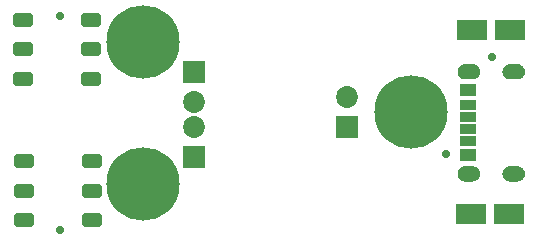
<source format=gbr>
G04*
G04 #@! TF.GenerationSoftware,Altium Limited,Altium Designer,23.0.1 (38)*
G04*
G04 Layer_Color=8388736*
%FSLAX43Y43*%
%MOMM*%
G71*
G04*
G04 #@! TF.SameCoordinates,0C8224BD-781C-42A6-9A02-31E2BED0DC02*
G04*
G04*
G04 #@! TF.FilePolarity,Negative*
G04*
G01*
G75*
%ADD18R,2.553X1.753*%
G04:AMPARAMS|DCode=19|XSize=1.203mm|YSize=1.728mm|CornerRadius=0.352mm|HoleSize=0mm|Usage=FLASHONLY|Rotation=90.000|XOffset=0mm|YOffset=0mm|HoleType=Round|Shape=RoundedRectangle|*
%AMROUNDEDRECTD19*
21,1,1.203,1.025,0,0,90.0*
21,1,0.500,1.728,0,0,90.0*
1,1,0.703,0.513,0.250*
1,1,0.703,0.513,-0.250*
1,1,0.703,-0.513,-0.250*
1,1,0.703,-0.513,0.250*
%
%ADD19ROUNDEDRECTD19*%
%ADD20R,1.403X1.003*%
%ADD21R,1.403X0.963*%
%ADD22R,1.403X0.903*%
%ADD23C,6.203*%
%ADD24R,1.854X1.854*%
%ADD25C,1.854*%
%ADD26C,0.711*%
G36*
X120638Y96425D02*
X120641Y96459D01*
X120645Y96493D01*
X120651Y96526D01*
X120659Y96559D01*
X120669Y96592D01*
X120680Y96624D01*
X120693Y96655D01*
X120708Y96686D01*
X120724Y96716D01*
X120742Y96745D01*
X120761Y96773D01*
X120782Y96800D01*
X120804Y96826D01*
X120827Y96851D01*
X120852Y96874D01*
X120878Y96896D01*
X120905Y96917D01*
X120933Y96936D01*
X120962Y96954D01*
X120992Y96970D01*
X121023Y96985D01*
X121054Y96998D01*
X121086Y97009D01*
X121119Y97019D01*
X121152Y97027D01*
X121185Y97033D01*
X121219Y97037D01*
X121253Y97040D01*
X121287Y97041D01*
X121887D01*
X121921Y97040D01*
X121955Y97037D01*
X121989Y97033D01*
X122022Y97027D01*
X122055Y97019D01*
X122088Y97009D01*
X122120Y96998D01*
X122151Y96985D01*
X122182Y96970D01*
X122212Y96954D01*
X122241Y96936D01*
X122269Y96917D01*
X122296Y96896D01*
X122322Y96874D01*
X122347Y96851D01*
X122370Y96826D01*
X122392Y96800D01*
X122413Y96773D01*
X122432Y96745D01*
X122450Y96716D01*
X122466Y96686D01*
X122481Y96655D01*
X122494Y96624D01*
X122505Y96592D01*
X122515Y96559D01*
X122523Y96526D01*
X122529Y96493D01*
X122533Y96459D01*
X122536Y96425D01*
X122537Y96391D01*
X122536Y96357D01*
X122533Y96323D01*
X122529Y96289D01*
X122523Y96256D01*
X122515Y96223D01*
X122505Y96190D01*
X122494Y96158D01*
X122481Y96127D01*
X122466Y96096D01*
X122450Y96066D01*
X122432Y96037D01*
X122413Y96009D01*
X122392Y95982D01*
X122370Y95956D01*
X122347Y95931D01*
X122322Y95908D01*
X122296Y95886D01*
X122269Y95865D01*
X122241Y95846D01*
X122212Y95828D01*
X122182Y95812D01*
X122151Y95797D01*
X122120Y95784D01*
X122088Y95773D01*
X122055Y95763D01*
X122022Y95755D01*
X121989Y95749D01*
X121955Y95745D01*
X121921Y95742D01*
X121887Y95741D01*
X121287D01*
X121253Y95742D01*
X121219Y95745D01*
X121185Y95749D01*
X121152Y95755D01*
X121119Y95763D01*
X121086Y95773D01*
X121054Y95784D01*
X121023Y95797D01*
X120992Y95812D01*
X120962Y95828D01*
X120933Y95846D01*
X120905Y95865D01*
X120878Y95886D01*
X120852Y95908D01*
X120827Y95931D01*
X120804Y95956D01*
X120782Y95982D01*
X120761Y96009D01*
X120742Y96037D01*
X120724Y96066D01*
X120708Y96096D01*
X120693Y96127D01*
X120680Y96158D01*
X120669Y96190D01*
X120659Y96223D01*
X120651Y96256D01*
X120645Y96289D01*
X120641Y96323D01*
X120638Y96357D01*
X120637Y96391D01*
X120638Y96425D01*
D02*
G37*
G36*
X124438D02*
X124441Y96459D01*
X124445Y96493D01*
X124451Y96526D01*
X124459Y96559D01*
X124469Y96592D01*
X124480Y96624D01*
X124493Y96655D01*
X124508Y96686D01*
X124524Y96716D01*
X124542Y96745D01*
X124561Y96773D01*
X124582Y96800D01*
X124604Y96826D01*
X124627Y96851D01*
X124652Y96874D01*
X124678Y96896D01*
X124705Y96917D01*
X124733Y96936D01*
X124762Y96954D01*
X124792Y96970D01*
X124823Y96985D01*
X124854Y96998D01*
X124886Y97009D01*
X124919Y97019D01*
X124952Y97027D01*
X124985Y97033D01*
X125019Y97037D01*
X125053Y97040D01*
X125087Y97041D01*
X125687D01*
X125721Y97040D01*
X125755Y97037D01*
X125789Y97033D01*
X125822Y97027D01*
X125855Y97019D01*
X125888Y97009D01*
X125920Y96998D01*
X125951Y96985D01*
X125982Y96970D01*
X126012Y96954D01*
X126041Y96936D01*
X126069Y96917D01*
X126096Y96896D01*
X126122Y96874D01*
X126147Y96851D01*
X126170Y96826D01*
X126192Y96800D01*
X126213Y96773D01*
X126232Y96745D01*
X126250Y96716D01*
X126266Y96686D01*
X126281Y96655D01*
X126294Y96624D01*
X126305Y96592D01*
X126315Y96559D01*
X126323Y96526D01*
X126329Y96493D01*
X126333Y96459D01*
X126336Y96425D01*
X126337Y96391D01*
X126336Y96357D01*
X126333Y96323D01*
X126329Y96289D01*
X126323Y96256D01*
X126315Y96223D01*
X126305Y96190D01*
X126294Y96158D01*
X126281Y96127D01*
X126266Y96096D01*
X126250Y96066D01*
X126232Y96037D01*
X126213Y96009D01*
X126192Y95982D01*
X126170Y95956D01*
X126147Y95931D01*
X126122Y95908D01*
X126096Y95886D01*
X126069Y95865D01*
X126041Y95846D01*
X126012Y95828D01*
X125982Y95812D01*
X125951Y95797D01*
X125920Y95784D01*
X125888Y95773D01*
X125855Y95763D01*
X125822Y95755D01*
X125789Y95749D01*
X125755Y95745D01*
X125721Y95742D01*
X125687Y95741D01*
X125087D01*
X125053Y95742D01*
X125019Y95745D01*
X124985Y95749D01*
X124952Y95755D01*
X124919Y95763D01*
X124886Y95773D01*
X124854Y95784D01*
X124823Y95797D01*
X124792Y95812D01*
X124762Y95828D01*
X124733Y95846D01*
X124705Y95865D01*
X124678Y95886D01*
X124652Y95908D01*
X124627Y95931D01*
X124604Y95956D01*
X124582Y95982D01*
X124561Y96009D01*
X124542Y96037D01*
X124524Y96066D01*
X124508Y96096D01*
X124493Y96127D01*
X124480Y96158D01*
X124469Y96190D01*
X124459Y96223D01*
X124451Y96256D01*
X124445Y96289D01*
X124441Y96323D01*
X124438Y96357D01*
X124437Y96391D01*
X124438Y96425D01*
D02*
G37*
G36*
X120638Y105065D02*
X120641Y105099D01*
X120645Y105133D01*
X120651Y105166D01*
X120659Y105199D01*
X120669Y105232D01*
X120680Y105264D01*
X120693Y105295D01*
X120708Y105326D01*
X120724Y105356D01*
X120742Y105385D01*
X120761Y105413D01*
X120782Y105440D01*
X120804Y105466D01*
X120827Y105491D01*
X120852Y105514D01*
X120878Y105536D01*
X120905Y105557D01*
X120933Y105576D01*
X120962Y105594D01*
X120992Y105610D01*
X121023Y105625D01*
X121054Y105638D01*
X121086Y105649D01*
X121119Y105659D01*
X121152Y105667D01*
X121185Y105673D01*
X121219Y105677D01*
X121253Y105680D01*
X121287Y105681D01*
X121887D01*
X121921Y105680D01*
X121955Y105677D01*
X121989Y105673D01*
X122022Y105667D01*
X122055Y105659D01*
X122088Y105649D01*
X122120Y105638D01*
X122151Y105625D01*
X122182Y105610D01*
X122212Y105594D01*
X122241Y105576D01*
X122269Y105557D01*
X122296Y105536D01*
X122322Y105514D01*
X122347Y105491D01*
X122370Y105466D01*
X122392Y105440D01*
X122413Y105413D01*
X122432Y105385D01*
X122450Y105356D01*
X122466Y105326D01*
X122481Y105295D01*
X122494Y105264D01*
X122505Y105232D01*
X122515Y105199D01*
X122523Y105166D01*
X122529Y105133D01*
X122533Y105099D01*
X122536Y105065D01*
X122537Y105031D01*
X122536Y104997D01*
X122533Y104963D01*
X122529Y104929D01*
X122523Y104896D01*
X122515Y104863D01*
X122505Y104830D01*
X122494Y104798D01*
X122481Y104767D01*
X122466Y104736D01*
X122450Y104706D01*
X122432Y104677D01*
X122413Y104649D01*
X122392Y104622D01*
X122370Y104596D01*
X122347Y104571D01*
X122322Y104548D01*
X122296Y104526D01*
X122269Y104505D01*
X122241Y104486D01*
X122212Y104468D01*
X122182Y104452D01*
X122151Y104437D01*
X122120Y104424D01*
X122088Y104413D01*
X122055Y104403D01*
X122022Y104395D01*
X121989Y104389D01*
X121955Y104385D01*
X121921Y104382D01*
X121887Y104381D01*
X121287D01*
X121253Y104382D01*
X121219Y104385D01*
X121185Y104389D01*
X121152Y104395D01*
X121119Y104403D01*
X121086Y104413D01*
X121054Y104424D01*
X121023Y104437D01*
X120992Y104452D01*
X120962Y104468D01*
X120933Y104486D01*
X120905Y104505D01*
X120878Y104526D01*
X120852Y104548D01*
X120827Y104571D01*
X120804Y104596D01*
X120782Y104622D01*
X120761Y104649D01*
X120742Y104677D01*
X120724Y104706D01*
X120708Y104736D01*
X120693Y104767D01*
X120680Y104798D01*
X120669Y104830D01*
X120659Y104863D01*
X120651Y104896D01*
X120645Y104929D01*
X120641Y104963D01*
X120638Y104997D01*
X120637Y105031D01*
X120638Y105065D01*
D02*
G37*
G36*
X124438D02*
X124441Y105099D01*
X124445Y105133D01*
X124451Y105166D01*
X124459Y105199D01*
X124469Y105232D01*
X124480Y105264D01*
X124493Y105295D01*
X124508Y105326D01*
X124524Y105356D01*
X124542Y105385D01*
X124561Y105413D01*
X124582Y105440D01*
X124604Y105466D01*
X124627Y105491D01*
X124652Y105514D01*
X124678Y105536D01*
X124705Y105557D01*
X124733Y105576D01*
X124762Y105594D01*
X124792Y105610D01*
X124823Y105625D01*
X124854Y105638D01*
X124886Y105649D01*
X124919Y105659D01*
X124952Y105667D01*
X124985Y105673D01*
X125019Y105677D01*
X125053Y105680D01*
X125087Y105681D01*
X125687D01*
X125721Y105680D01*
X125755Y105677D01*
X125789Y105673D01*
X125822Y105667D01*
X125855Y105659D01*
X125888Y105649D01*
X125920Y105638D01*
X125951Y105625D01*
X125982Y105610D01*
X126012Y105594D01*
X126041Y105576D01*
X126069Y105557D01*
X126096Y105536D01*
X126122Y105514D01*
X126147Y105491D01*
X126170Y105466D01*
X126192Y105440D01*
X126213Y105413D01*
X126232Y105385D01*
X126250Y105356D01*
X126266Y105326D01*
X126281Y105295D01*
X126294Y105264D01*
X126305Y105232D01*
X126315Y105199D01*
X126323Y105166D01*
X126329Y105133D01*
X126333Y105099D01*
X126336Y105065D01*
X126337Y105031D01*
X126336Y104997D01*
X126333Y104963D01*
X126329Y104929D01*
X126323Y104896D01*
X126315Y104863D01*
X126305Y104830D01*
X126294Y104798D01*
X126281Y104767D01*
X126266Y104736D01*
X126250Y104706D01*
X126232Y104677D01*
X126213Y104649D01*
X126192Y104622D01*
X126170Y104596D01*
X126147Y104571D01*
X126122Y104548D01*
X126096Y104526D01*
X126069Y104505D01*
X126041Y104486D01*
X126012Y104468D01*
X125982Y104452D01*
X125951Y104437D01*
X125920Y104424D01*
X125888Y104413D01*
X125855Y104403D01*
X125822Y104395D01*
X125789Y104389D01*
X125755Y104385D01*
X125721Y104382D01*
X125687Y104381D01*
X125087D01*
X125053Y104382D01*
X125019Y104385D01*
X124985Y104389D01*
X124952Y104395D01*
X124919Y104403D01*
X124886Y104413D01*
X124854Y104424D01*
X124823Y104437D01*
X124792Y104452D01*
X124762Y104468D01*
X124733Y104486D01*
X124705Y104505D01*
X124678Y104526D01*
X124652Y104548D01*
X124627Y104571D01*
X124604Y104596D01*
X124582Y104622D01*
X124561Y104649D01*
X124542Y104677D01*
X124524Y104706D01*
X124508Y104736D01*
X124493Y104767D01*
X124480Y104798D01*
X124469Y104830D01*
X124459Y104863D01*
X124451Y104896D01*
X124445Y104929D01*
X124441Y104963D01*
X124438Y104997D01*
X124437Y105031D01*
X124438Y105065D01*
D02*
G37*
D18*
X125044Y108585D02*
D03*
X121844D02*
D03*
X124968Y92964D02*
D03*
X121768D02*
D03*
D19*
X83879Y104434D02*
D03*
Y106934D02*
D03*
Y109434D02*
D03*
X89604D02*
D03*
Y106934D02*
D03*
Y104434D02*
D03*
X83947Y92456D02*
D03*
Y94956D02*
D03*
Y97456D02*
D03*
X89672D02*
D03*
Y94956D02*
D03*
Y92456D02*
D03*
D20*
X121507Y97961D02*
D03*
Y103461D02*
D03*
D21*
Y99191D02*
D03*
Y102231D02*
D03*
D22*
Y100211D02*
D03*
Y101211D02*
D03*
D23*
X93980Y107569D02*
D03*
X116713Y101600D02*
D03*
X93980Y95504D02*
D03*
D24*
X98298Y105029D02*
D03*
X111252Y100330D02*
D03*
X98298Y97790D02*
D03*
D25*
Y102489D02*
D03*
X111252Y102870D02*
D03*
X98298Y100330D02*
D03*
D26*
X86987Y91631D02*
D03*
X119634Y98044D02*
D03*
X123571Y106299D02*
D03*
X86995Y109728D02*
D03*
M02*

</source>
